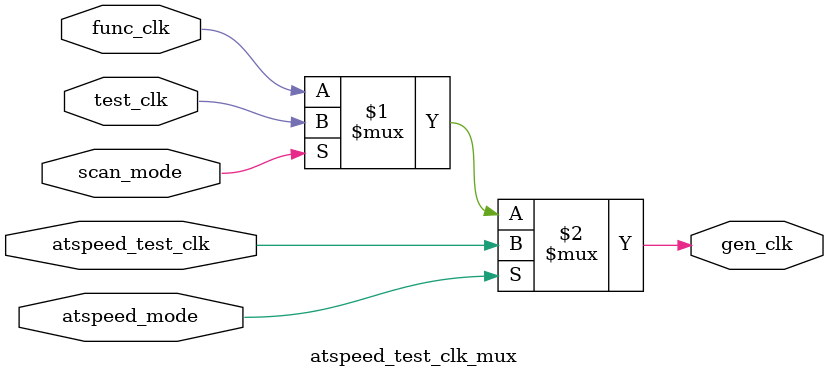
<source format=v>
module atspeed_test_clk_mux (
    input  test_clk,
    input  atspeed_test_clk,
    input  func_clk,
    input  scan_mode,
    input  atspeed_mode,
    output gen_clk
);

  assign gen_clk = atspeed_mode ? atspeed_test_clk
                                : (scan_mode ? test_clk 
                                             : func_clk);

endmodule

</source>
